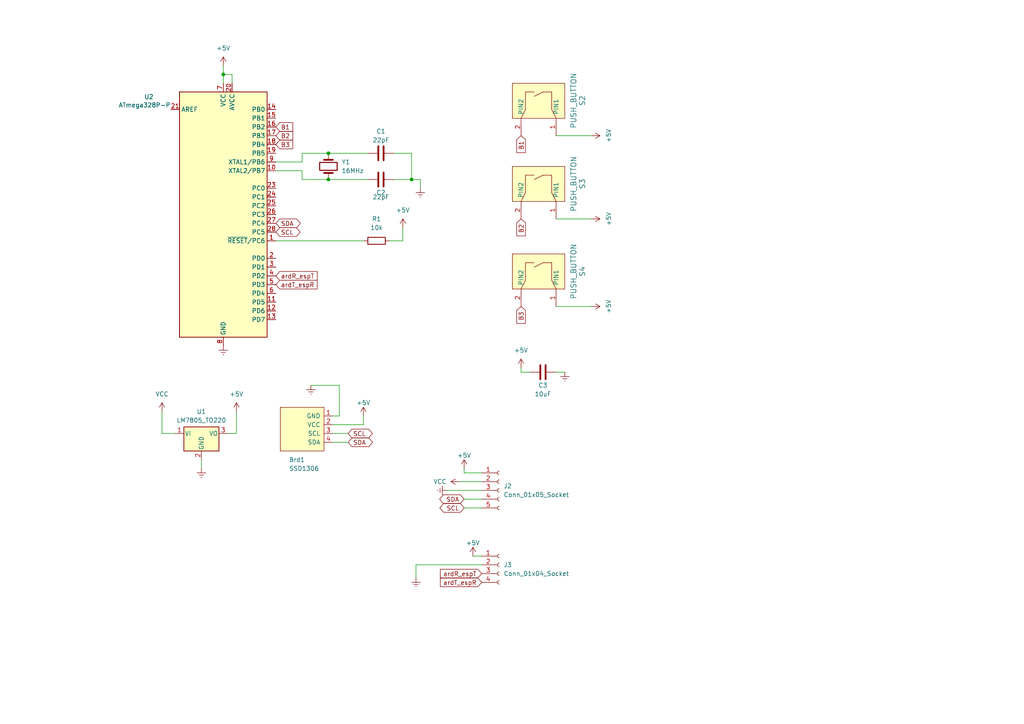
<source format=kicad_sch>
(kicad_sch (version 20230121) (generator eeschema)
  (paper "A4")
  (lib_symbols
    (symbol "Connector:Conn_01x04_Socket" (pin_names (offset 1.016) hide)
      (property "Reference" "J" (at 0 5.08 0))
      (property "Value" "Conn_01x04_Socket" (at 0 -7.62 0))
      (symbol "Conn_01x04_Socket_1_1"
        (arc (start 0 -4.572) (mid -0.5058 -5.08) (end 0 -5.588) (stroke (width 0.1524)))
        (arc (start 0 -2.032) (mid -0.5058 -2.54) (end 0 -3.048) (stroke (width 0.1524)))
        (polyline (pts (xy -1.27 -5.08) (xy -0.508 -5.08)) (stroke (width 0.1524)))
        (polyline (pts (xy -1.27 -2.54) (xy -0.508 -2.54)) (stroke (width 0.1524)))
        (polyline (pts (xy -1.27 0) (xy -0.508 0)) (stroke (width 0.1524)))
        (polyline (pts (xy -1.27 2.54) (xy -0.508 2.54)) (stroke (width 0.1524)))
        (arc (start 0 0.508) (mid -0.5058 0) (end 0 -0.508) (stroke (width 0.1524)))
        (arc (start 0 3.048) (mid -0.5058 2.54) (end 0 2.032) (stroke (width 0.1524)))
        (pin passive line (at -5.08 2.54 0) (length 3.81) (name "Pin_1") (number "1"))
        (pin passive line (at -5.08 0 0) (length 3.81) (name "Pin_2") (number "2"))
        (pin passive line (at -5.08 -2.54 0) (length 3.81) (name "Pin_3") (number "3"))
        (pin passive line (at -5.08 -5.08 0) (length 3.81) (name "Pin_4") (number "4"))
      )
    )
    (symbol "Connector:Conn_01x05_Socket" (pin_names (offset 1.016) hide)
      (property "Reference" "J" (at 0 7.62 0))
      (property "Value" "Conn_01x05_Socket" (at 0 -7.62 0))
      (symbol "Conn_01x05_Socket_1_1"
        (arc (start 0 -4.572) (mid -0.5058 -5.08) (end 0 -5.588) (stroke (width 0.1524)))
        (arc (start 0 -2.032) (mid -0.5058 -2.54) (end 0 -3.048) (stroke (width 0.1524)))
        (polyline (pts (xy -1.27 -5.08) (xy -0.508 -5.08)) (stroke (width 0.1524)))
        (polyline (pts (xy -1.27 -2.54) (xy -0.508 -2.54)) (stroke (width 0.1524)))
        (polyline (pts (xy -1.27 0) (xy -0.508 0)) (stroke (width 0.1524)))
        (polyline (pts (xy -1.27 2.54) (xy -0.508 2.54)) (stroke (width 0.1524)))
        (polyline (pts (xy -1.27 5.08) (xy -0.508 5.08)) (stroke (width 0.1524)))
        (arc (start 0 0.508) (mid -0.5058 0) (end 0 -0.508) (stroke (width 0.1524)))
        (arc (start 0 3.048) (mid -0.5058 2.54) (end 0 2.032) (stroke (width 0.1524)))
        (arc (start 0 5.588) (mid -0.5058 5.08) (end 0 4.572) (stroke (width 0.1524)))
        (pin passive line (at -5.08 5.08 0) (length 3.81) (name "Pin_1") (number "1"))
        (pin passive line (at -5.08 2.54 0) (length 3.81) (name "Pin_2") (number "2"))
        (pin passive line (at -5.08 0 0) (length 3.81) (name "Pin_3") (number "3"))
        (pin passive line (at -5.08 -2.54 0) (length 3.81) (name "Pin_4") (number "4"))
        (pin passive line (at -5.08 -5.08 0) (length 3.81) (name "Pin_5") (number "5"))
      )
    )
    (symbol "Device:C" (pin_numbers hide) (pin_names (offset 0.254))
      (property "Reference" "C" (at 0.635 2.54 0))
      (property "Value" "C" (at 0.635 -2.54 0))
      (symbol "C_0_1"
        (polyline (pts (xy -2.032 -0.762) (xy 2.032 -0.762)) (stroke (width 0.508)))
        (polyline (pts (xy -2.032 0.762) (xy 2.032 0.762)) (stroke (width 0.508)))
      )
      (symbol "C_1_1"
        (pin passive line (at 0 3.81 270) (length 2.794) (name "~") (number "1"))
        (pin passive line (at 0 -3.81 90) (length 2.794) (name "~") (number "2"))
      )
    )
    (symbol "Device:Crystal" (pin_numbers hide) (pin_names (offset 1.016) hide)
      (property "Reference" "Y" (at 0 3.81 0))
      (property "Value" "Crystal" (at 0 -3.81 0))
      (symbol "Crystal_0_1"
        (rectangle (start -1.143 2.54) (end 1.143 -2.54) (stroke (width 0.3048)))
        (polyline (pts (xy -2.54 0) (xy -1.905 0)))
        (polyline (pts (xy -1.905 -1.27) (xy -1.905 1.27)) (stroke (width 0.508)))
        (polyline (pts (xy 1.905 -1.27) (xy 1.905 1.27)) (stroke (width 0.508)))
        (polyline (pts (xy 2.54 0) (xy 1.905 0)))
      )
      (symbol "Crystal_1_1"
        (pin passive line (at -3.81 0 0) (length 1.27) (name "1") (number "1"))
        (pin passive line (at 3.81 0 180) (length 1.27) (name "2") (number "2"))
      )
    )
    (symbol "Device:R" (pin_numbers hide) (pin_names (offset 0))
      (property "Reference" "R" (at 2.032 0 90))
      (property "Value" "R" (at 0 0 90))
      (symbol "R_0_1"
        (rectangle (start -1.016 -2.54) (end 1.016 2.54) (stroke (width 0.254)))
      )
      (symbol "R_1_1"
        (pin passive line (at 0 3.81 270) (length 1.27) (name "~") (number "1"))
        (pin passive line (at 0 -3.81 90) (length 1.27) (name "~") (number "2"))
      )
    )
    (symbol "MCU_Microchip_ATmega:ATmega328P-P"
      (property "Reference" "U" (at -12.7 36.83 0))
      (property "Value" "ATmega328P-P" (at 2.54 -36.83 0))
      (symbol "ATmega328P-P_0_1"
        (rectangle (start -12.7 -35.56) (end 12.7 35.56) (stroke (width 0.254)) (fill (type background)))
      )
      (symbol "ATmega328P-P_1_1"
        (pin bidirectional line (at 15.24 -7.62 180) (length 2.54) (name "~{RESET}/PC6") (number "1"))
        (pin bidirectional line (at 15.24 12.7 180) (length 2.54) (name "XTAL2/PB7") (number "10"))
        (pin bidirectional line (at 15.24 -25.4 180) (length 2.54) (name "PD5") (number "11"))
        (pin bidirectional line (at 15.24 -27.94 180) (length 2.54) (name "PD6") (number "12"))
        (pin bidirectional line (at 15.24 -30.48 180) (length 2.54) (name "PD7") (number "13"))
        (pin bidirectional line (at 15.24 30.48 180) (length 2.54) (name "PB0") (number "14"))
        (pin bidirectional line (at 15.24 27.94 180) (length 2.54) (name "PB1") (number "15"))
        (pin bidirectional line (at 15.24 25.4 180) (length 2.54) (name "PB2") (number "16"))
        (pin bidirectional line (at 15.24 22.86 180) (length 2.54) (name "PB3") (number "17"))
        (pin bidirectional line (at 15.24 20.32 180) (length 2.54) (name "PB4") (number "18"))
        (pin bidirectional line (at 15.24 17.78 180) (length 2.54) (name "PB5") (number "19"))
        (pin bidirectional line (at 15.24 -12.7 180) (length 2.54) (name "PD0") (number "2"))
        (pin power_in line (at 2.54 38.1 270) (length 2.54) (name "AVCC") (number "20"))
        (pin passive line (at -15.24 30.48 0) (length 2.54) (name "AREF") (number "21"))
        (pin passive line (at 0 -38.1 90) (length 2.54) hide (name "GND") (number "22"))
        (pin bidirectional line (at 15.24 7.62 180) (length 2.54) (name "PC0") (number "23"))
        (pin bidirectional line (at 15.24 5.08 180) (length 2.54) (name "PC1") (number "24"))
        (pin bidirectional line (at 15.24 2.54 180) (length 2.54) (name "PC2") (number "25"))
        (pin bidirectional line (at 15.24 0 180) (length 2.54) (name "PC3") (number "26"))
        (pin bidirectional line (at 15.24 -2.54 180) (length 2.54) (name "PC4") (number "27"))
        (pin bidirectional line (at 15.24 -5.08 180) (length 2.54) (name "PC5") (number "28"))
        (pin bidirectional line (at 15.24 -15.24 180) (length 2.54) (name "PD1") (number "3"))
        (pin bidirectional line (at 15.24 -17.78 180) (length 2.54) (name "PD2") (number "4"))
        (pin bidirectional line (at 15.24 -20.32 180) (length 2.54) (name "PD3") (number "5"))
        (pin bidirectional line (at 15.24 -22.86 180) (length 2.54) (name "PD4") (number "6"))
        (pin power_in line (at 0 38.1 270) (length 2.54) (name "VCC") (number "7"))
        (pin power_in line (at 0 -38.1 90) (length 2.54) (name "GND") (number "8"))
        (pin bidirectional line (at 15.24 15.24 180) (length 2.54) (name "XTAL1/PB6") (number "9"))
      )
    )
    (symbol "Regulator_Linear:LM7805_TO220" (pin_names (offset 0.254))
      (property "Reference" "U" (at -3.81 3.175 0))
      (property "Value" "LM7805_TO220" (at 0 3.175 0))
      (symbol "LM7805_TO220_0_1"
        (rectangle (start -5.08 1.905) (end 5.08 -5.08) (stroke (width 0.254)) (fill (type background)))
      )
      (symbol "LM7805_TO220_1_1"
        (pin power_in line (at -7.62 0 0) (length 2.54) (name "VI") (number "1"))
        (pin power_in line (at 0 -7.62 90) (length 2.54) (name "GND") (number "2"))
        (pin power_out line (at 7.62 0 180) (length 2.54) (name "VO") (number "3"))
      )
    )
    (symbol "SSD1306-128x64_OLED:SSD1306" (pin_names (offset 1.016))
      (property "Reference" "Brd" (at 0 -3.81 0))
      (property "Value" "SSD1306" (at 0 -1.27 0))
      (symbol "SSD1306_0_1"
        (rectangle (start -6.35 6.35) (end 6.35 -6.35) (fill (type background)))
      )
      (symbol "SSD1306_1_1"
        (pin input line (at -3.81 8.89 270) (length 2.54) (name "GND") (number "1"))
        (pin input line (at -1.27 8.89 270) (length 2.54) (name "VCC") (number "2"))
        (pin input line (at 1.27 8.89 270) (length 2.54) (name "SCL") (number "3"))
        (pin input line (at 3.81 8.89 270) (length 2.54) (name "SDA") (number "4"))
      )
    )
    (symbol "megasaturnv_custom_components:PUSH_BUTTON" (pin_names (offset 1.016))
      (property "Reference" "S" (at 0 -6.35 0))
      (property "Value" "PUSH_BUTTON" (at 0 -3.81 0))
      (symbol "PUSH_BUTTON_0_1"
        (rectangle (start -7.62 7.62) (end 7.62 -2.54) (fill (type background)))
        (polyline (pts (xy -3.81 5.08) (xy -5.08 7.62)))
        (polyline (pts (xy -1.27 0) (xy 1.27 1.27)))
        (polyline (pts (xy 3.81 5.08) (xy 5.08 7.62)))
        (polyline (pts (xy -3.81 5.08) (xy -3.81 0) (xy -1.27 0)))
        (polyline (pts (xy 1.27 0) (xy 3.81 0) (xy 3.81 5.08)))
      )
      (symbol "PUSH_BUTTON_1_1"
        (pin bidirectional line (at -5.08 12.7 270) (length 5.08) (name "PIN1") (number "1"))
        (pin bidirectional line (at 5.08 12.7 270) (length 5.08) (name "PIN2") (number "2"))
      )
    )
    (symbol "power:+5V" (power) (pin_names (offset 0))
      (property "Value" "+5V" (at 0 3.556 0))
      (symbol "+5V_0_1"
        (polyline (pts (xy -0.762 1.27) (xy 0 2.54)))
        (polyline (pts (xy 0 0) (xy 0 2.54)))
        (polyline (pts (xy 0 2.54) (xy 0.762 1.27)))
      )
      (symbol "+5V_1_1"
        (pin power_in line (at 0 0 90) (length 0) hide (name "+5V") (number "1"))
      )
    )
    (symbol "power:Earth" (power) (pin_names (offset 0))
      (symbol "Earth_0_1"
        (polyline (pts (xy -0.635 -1.905) (xy 0.635 -1.905)))
        (polyline (pts (xy -0.127 -2.54) (xy 0.127 -2.54)))
        (polyline (pts (xy 0 -1.27) (xy 0 0)))
        (polyline (pts (xy 1.27 -1.27) (xy -1.27 -1.27)))
      )
      (symbol "Earth_1_1"
        (pin power_in line (at 0 0 270) (length 0) hide (name "Earth") (number "1"))
      )
    )
    (symbol "power:VCC" (power) (pin_names (offset 0))
      (property "Value" "VCC" (at 0 3.81 0))
      (symbol "VCC_0_1"
        (polyline (pts (xy -0.762 1.27) (xy 0 2.54)))
        (polyline (pts (xy 0 0) (xy 0 2.54)))
        (polyline (pts (xy 0 2.54) (xy 0.762 1.27)))
      )
      (symbol "VCC_1_1"
        (pin power_in line (at 0 0 90) (length 0) hide (name "VCC") (number "1"))
      )
    )
  )
  (junction (at 64.77 21.59))
  (junction (at 95.25 44.45))
  (junction (at 119.38 52.07))
  (junction (at 95.25 52.07))
  (wire (pts (xy 129.54 142.24) (xy 139.7 142.24)))
  (wire (pts (xy 64.77 19.05) (xy 64.77 21.59)))
  (wire (pts (xy 137.16 161.29) (xy 139.7 161.29)))
  (wire (pts (xy 134.62 135.89) (xy 134.62 137.16)))
  (wire (pts (xy 151.13 107.95) (xy 153.67 107.95)))
  (wire (pts (xy 120.65 163.83) (xy 139.7 163.83)))
  (wire (pts (xy 161.29 107.95) (xy 163.83 107.95)))
  (wire (pts (xy 105.41 123.19) (xy 96.52 123.19)))
  (wire (pts (xy 171.45 39.37) (xy 161.29 39.37)))
  (wire (pts (xy 90.17 111.76) (xy 98.425 111.76)))
  (wire (pts (xy 134.62 144.78) (xy 139.7 144.78)))
  (wire (pts (xy 64.77 21.59) (xy 64.77 24.13)))
  (wire (pts (xy 116.84 69.85) (xy 116.84 66.04)))
  (wire (pts (xy 151.13 106.68) (xy 151.13 107.95)))
  (wire (pts (xy 87.63 49.53) (xy 80.01 49.53)))
  (wire (pts (xy 46.99 119.38) (xy 46.99 125.73)))
  (wire (pts (xy 68.58 119.38) (xy 68.58 125.73)))
  (wire (pts (xy 134.62 147.32) (xy 139.7 147.32)))
  (wire (pts (xy 87.63 52.07) (xy 87.63 49.53)))
  (wire (pts (xy 95.25 44.45) (xy 106.68 44.45)))
  (wire (pts (xy 58.42 135.89) (xy 58.42 133.35)))
  (wire (pts (xy 171.45 88.9) (xy 161.29 88.9)))
  (wire (pts (xy 98.425 111.76) (xy 98.425 120.65)))
  (wire (pts (xy 121.92 52.07) (xy 121.92 54.61)))
  (wire (pts (xy 95.25 52.07) (xy 106.68 52.07)))
  (wire (pts (xy 87.63 44.45) (xy 87.63 46.99)))
  (wire (pts (xy 87.63 46.99) (xy 80.01 46.99)))
  (wire (pts (xy 133.35 139.7) (xy 139.7 139.7)))
  (wire (pts (xy 87.63 52.07) (xy 95.25 52.07)))
  (wire (pts (xy 114.3 44.45) (xy 119.38 44.45)))
  (wire (pts (xy 114.3 52.07) (xy 119.38 52.07)))
  (wire (pts (xy 96.52 125.73) (xy 100.965 125.73)))
  (wire (pts (xy 121.92 52.07) (xy 119.38 52.07)))
  (wire (pts (xy 134.62 137.16) (xy 139.7 137.16)))
  (wire (pts (xy 120.65 167.64) (xy 120.65 163.83)))
  (wire (pts (xy 119.38 44.45) (xy 119.38 52.07)))
  (wire (pts (xy 98.425 120.65) (xy 96.52 120.65)))
  (wire (pts (xy 171.45 63.5) (xy 161.29 63.5)))
  (wire (pts (xy 67.31 21.59) (xy 64.77 21.59)))
  (wire (pts (xy 96.52 128.27) (xy 100.965 128.27)))
  (wire (pts (xy 113.03 69.85) (xy 116.84 69.85)))
  (wire (pts (xy 67.31 24.13) (xy 67.31 21.59)))
  (wire (pts (xy 105.41 120.65) (xy 105.41 123.19)))
  (wire (pts (xy 87.63 44.45) (xy 95.25 44.45)))
  (wire (pts (xy 68.58 125.73) (xy 66.04 125.73)))
  (wire (pts (xy 80.01 69.85) (xy 105.41 69.85)))
  (wire (pts (xy 46.99 125.73) (xy 50.8 125.73)))
  (global_label "ardT_espR" (shape input) (at 139.7 168.91 180) (property "Intersheetrefs" "${INTERSHEET_REFS}" (effects hide)))
  (global_label "B3" (shape input) (at 151.13 88.9 270) (property "Intersheetrefs" "${INTERSHEET_REFS}" (effects hide)))
  (global_label "ardR_espT" (shape input) (at 80.01 80.01 0) (property "Intersheetrefs" "${INTERSHEET_REFS}" (effects hide)))
  (global_label "SCL" (shape bidirectional) (at 134.62 147.32 180) (property "Intersheetrefs" "${INTERSHEET_REFS}" (effects hide)))
  (global_label "SCL" (shape bidirectional) (at 100.965 125.73 0) (property "Intersheetrefs" "${INTERSHEET_REFS}" (effects hide)))
  (global_label "ardR_espT" (shape input) (at 139.7 166.37 180) (property "Intersheetrefs" "${INTERSHEET_REFS}" (effects hide)))
  (global_label "B3" (shape input) (at 80.01 41.91 0) (property "Intersheetrefs" "${INTERSHEET_REFS}" (effects hide)))
  (global_label "SDA" (shape bidirectional) (at 80.01 64.77 0) (property "Intersheetrefs" "${INTERSHEET_REFS}" (effects hide)))
  (global_label "ardT_espR" (shape input) (at 80.01 82.55 0) (property "Intersheetrefs" "${INTERSHEET_REFS}" (effects hide)))
  (global_label "SCL" (shape bidirectional) (at 80.01 67.31 0) (property "Intersheetrefs" "${INTERSHEET_REFS}" (effects hide)))
  (global_label "B2" (shape input) (at 80.01 39.37 0) (property "Intersheetrefs" "${INTERSHEET_REFS}" (effects hide)))
  (global_label "B2" (shape input) (at 151.13 63.5 270) (property "Intersheetrefs" "${INTERSHEET_REFS}" (effects hide)))
  (global_label "SDA" (shape bidirectional) (at 100.965 128.27 0) (property "Intersheetrefs" "${INTERSHEET_REFS}" (effects hide)))
  (global_label "B1" (shape input) (at 80.01 36.83 0) (property "Intersheetrefs" "${INTERSHEET_REFS}" (effects hide)))
  (global_label "SDA" (shape bidirectional) (at 134.62 144.78 180) (property "Intersheetrefs" "${INTERSHEET_REFS}" (effects hide)))
  (global_label "B1" (shape input) (at 151.13 39.37 270) (property "Intersheetrefs" "${INTERSHEET_REFS}" (effects hide)))
  (symbol (lib_id "megasaturnv_custom_components:PUSH_BUTTON") (at 156.21 26.67 180) (unit 1)
    (property "Reference" "S2" (at 168.91 29.21 90) (effects (font (size 1.524 1.524))))
    (property "Value" "PUSH_BUTTON" (at 166.37 29.21 90) (effects (font (size 1.524 1.524))))
    (property "Footprint" "Buttons_Switches_THT.pretty-master:SW_PUSH_6mm_h5mm" (effects hide))
  )
  (symbol (lib_id "power:Earth") (at 129.54 142.24 270) (unit 1)
    (property "Reference" "#PWR016" (effects hide))
    (property "Value" "Earth" (effects hide))
  )
  (symbol (lib_id "Device:C") (at 110.49 44.45 90) (unit 1)
    (property "Reference" "C1" (at 110.49 38.1 90))
    (property "Value" "22pF" (at 110.49 40.64 90))
    (property "Footprint" "Capacitor_THT:C_Disc_D5.1mm_W3.2mm_P5.00mm" (effects hide))
  )
  (symbol (lib_id "Regulator_Linear:LM7805_TO220") (at 58.42 125.73 0) (unit 1)
    (property "Reference" "U1" (at 58.42 119.38 0))
    (property "Value" "LM7805_TO220" (at 58.42 121.92 0))
    (property "Footprint" "Package_TO_SOT_THT:TO-220-3_Horizontal_TabDown" (effects hide))
    (property "Datasheet" "https://www.onsemi.cn/PowerSolutions/document/MC7800-D.PDF" (effects hide))
  )
  (symbol (lib_id "Device:C") (at 110.49 52.07 90) (unit 1)
    (property "Reference" "C2" (at 110.49 55.88 90))
    (property "Value" "22pF" (at 110.49 57.15 90))
    (property "Footprint" "Capacitor_THT:C_Disc_D5.1mm_W3.2mm_P5.00mm" (effects hide))
  )
  (symbol (lib_id "power:+5V") (at 171.45 39.37 270) (unit 1)
    (property "Reference" "#PWR027" (effects hide))
    (property "Value" "+5V" (at 176.53 39.37 0))
  )
  (symbol (lib_id "power:Earth") (at 90.17 111.76 0) (unit 1)
    (property "Reference" "#PWR08" (effects hide))
    (property "Value" "Earth" (effects hide))
  )
  (symbol (lib_id "power:VCC") (at 133.35 139.7 90) (unit 1)
    (property "Reference" "#PWR031" (effects hide))
    (property "Value" "VCC" (at 129.54 139.7 90) (effects (justify left)))
  )
  (symbol (lib_id "MCU_Microchip_ATmega:ATmega328P-P") (at 64.77 62.23 0) (unit 1)
    (property "Reference" "U2" (at 43.18 28.1021 0))
    (property "Value" "ATmega328P-P" (at 41.91 30.48 0))
    (property "Footprint" "Package_DIP:DIP-28_W7.62mm" (effects hide))
    (property "Datasheet" "http://ww1.microchip.com/downloads/en/DeviceDoc/ATmega328_P%20AVR%20MCU%20with%20picoPower%20Technology%20Data%20Sheet%2040001984A.pdf" (effects hide))
  )
  (symbol (lib_id "power:Earth") (at 163.83 107.95 0) (unit 1)
    (property "Reference" "#PWR032" (effects hide))
    (property "Value" "Earth" (effects hide))
  )
  (symbol (lib_id "power:+5V") (at 137.16 161.29 0) (unit 1)
    (property "Reference" "#PWR022" (effects hide))
    (property "Value" "+5V" (at 137.16 157.48 0))
  )
  (symbol (lib_id "power:Earth") (at 64.77 100.33 0) (unit 1)
    (property "Reference" "#PWR02" (effects hide))
    (property "Value" "Earth" (effects hide))
  )
  (symbol (lib_id "Connector:Conn_01x05_Socket") (at 144.78 142.24 0) (unit 1)
    (property "Reference" "J2" (at 146.05 140.97 0) (effects (justify left)))
    (property "Value" "Conn_01x05_Socket" (at 146.05 143.51 0) (effects (justify left)))
    (property "Footprint" "Connector_JST:JST_PH_B5B-PH-K_1x05_P2.00mm_Vertical" (effects hide))
  )
  (symbol (lib_id "power:+5V") (at 116.84 66.04 0) (unit 1)
    (property "Reference" "#PWR01" (effects hide))
    (property "Value" "+5V" (at 116.84 60.96 0))
  )
  (symbol (lib_id "SSD1306-128x64_OLED:SSD1306") (at 87.63 124.46 270) (unit 1)
    (property "Reference" "Brd1" (at 83.82 133.35 90) (effects (justify left)))
    (property "Value" "SSD1306" (at 83.82 135.89 90) (effects (justify left)))
    (property "Footprint" "SSD1306:128x64OLED" (effects hide))
  )
  (symbol (lib_id "Connector:Conn_01x04_Socket") (at 144.78 163.83 0) (unit 1)
    (property "Reference" "J3" (at 146.05 163.83 0) (effects (justify left)))
    (property "Value" "Conn_01x04_Socket" (at 146.05 166.37 0) (effects (justify left)))
    (property "Footprint" "Connector_JST:JST_PH_B4B-PH-K_1x04_P2.00mm_Vertical" (effects hide))
  )
  (symbol (lib_id "power:+5V") (at 171.45 88.9 270) (unit 1)
    (property "Reference" "#PWR029" (effects hide))
    (property "Value" "+5V" (at 176.53 88.9 0))
  )
  (symbol (lib_id "megasaturnv_custom_components:PUSH_BUTTON") (at 156.21 76.2 180) (unit 1)
    (property "Reference" "S4" (at 168.91 78.74 90) (effects (font (size 1.524 1.524))))
    (property "Value" "PUSH_BUTTON" (at 166.37 78.74 90) (effects (font (size 1.524 1.524))))
    (property "Footprint" "Buttons_Switches_THT.pretty-master:SW_PUSH_6mm_h5mm" (effects hide))
  )
  (symbol (lib_id "power:+5V") (at 68.58 119.38 0) (unit 1)
    (property "Reference" "#PWR06" (effects hide))
    (property "Value" "+5V" (at 68.58 114.3 0))
  )
  (symbol (lib_id "power:+5V") (at 134.62 135.89 0) (unit 1)
    (property "Reference" "#PWR017" (effects hide))
    (property "Value" "+5V" (at 134.62 132.08 0))
  )
  (symbol (lib_id "power:Earth") (at 58.42 135.89 0) (unit 1)
    (property "Reference" "#PWR04" (effects hide))
    (property "Value" "Earth" (effects hide))
  )
  (symbol (lib_id "power:+5V") (at 105.41 120.65 0) (unit 1)
    (property "Reference" "#PWR09" (effects hide))
    (property "Value" "+5V" (at 105.41 116.84 0))
  )
  (symbol (lib_id "power:+5V") (at 151.13 106.68 0) (unit 1)
    (property "Reference" "#PWR033" (effects hide))
    (property "Value" "+5V" (at 151.13 101.6 0))
  )
  (symbol (lib_id "Device:R") (at 109.22 69.85 90) (unit 1)
    (property "Reference" "R1" (at 109.22 63.5 90))
    (property "Value" "10k" (at 109.22 66.04 90))
    (property "Footprint" "Resistor_THT:R_Axial_DIN0207_L6.3mm_D2.5mm_P10.16mm_Horizontal" (effects hide))
  )
  (symbol (lib_id "megasaturnv_custom_components:PUSH_BUTTON") (at 156.21 50.8 180) (unit 1)
    (property "Reference" "S3" (at 168.91 53.34 90) (effects (font (size 1.524 1.524))))
    (property "Value" "PUSH_BUTTON" (at 166.37 53.34 90) (effects (font (size 1.524 1.524))))
    (property "Footprint" "Buttons_Switches_THT.pretty-master:SW_PUSH_6mm_h5mm" (effects hide))
  )
  (symbol (lib_id "Device:Crystal") (at 95.25 48.26 90) (unit 1)
    (property "Reference" "Y1" (at 99.06 46.99 90) (effects (justify right)))
    (property "Value" "16MHz" (at 99.06 49.53 90) (effects (justify right)))
    (property "Footprint" "Crystal:Crystal_HC49-U_Vertical" (effects hide))
  )
  (symbol (lib_id "power:+5V") (at 64.77 19.05 0) (unit 1)
    (property "Reference" "#PWR07" (effects hide))
    (property "Value" "+5V" (at 64.77 13.97 0))
  )
  (symbol (lib_id "Device:C") (at 157.48 107.95 90) (unit 1)
    (property "Reference" "C3" (at 157.48 111.76 90))
    (property "Value" "10uF" (at 157.48 114.3 90))
    (property "Footprint" "Capacitor_THT:C_Disc_D5.1mm_W3.2mm_P5.00mm" (effects hide))
  )
  (symbol (lib_id "power:Earth") (at 120.65 167.64 0) (unit 1)
    (property "Reference" "#PWR023" (effects hide))
    (property "Value" "Earth" (effects hide))
  )
  (symbol (lib_id "power:+5V") (at 171.45 63.5 270) (unit 1)
    (property "Reference" "#PWR028" (effects hide))
    (property "Value" "+5V" (at 176.53 63.5 0))
  )
  (symbol (lib_id "power:Earth") (at 121.92 54.61 0) (unit 1)
    (property "Reference" "#PWR03" (effects hide))
    (property "Value" "Earth" (effects hide))
  )
  (symbol (lib_id "power:VCC") (at 46.99 119.38 0) (unit 1)
    (property "Reference" "#PWR05" (effects hide))
    (property "Value" "VCC" (at 46.99 114.3 0))
  )
)
</source>
